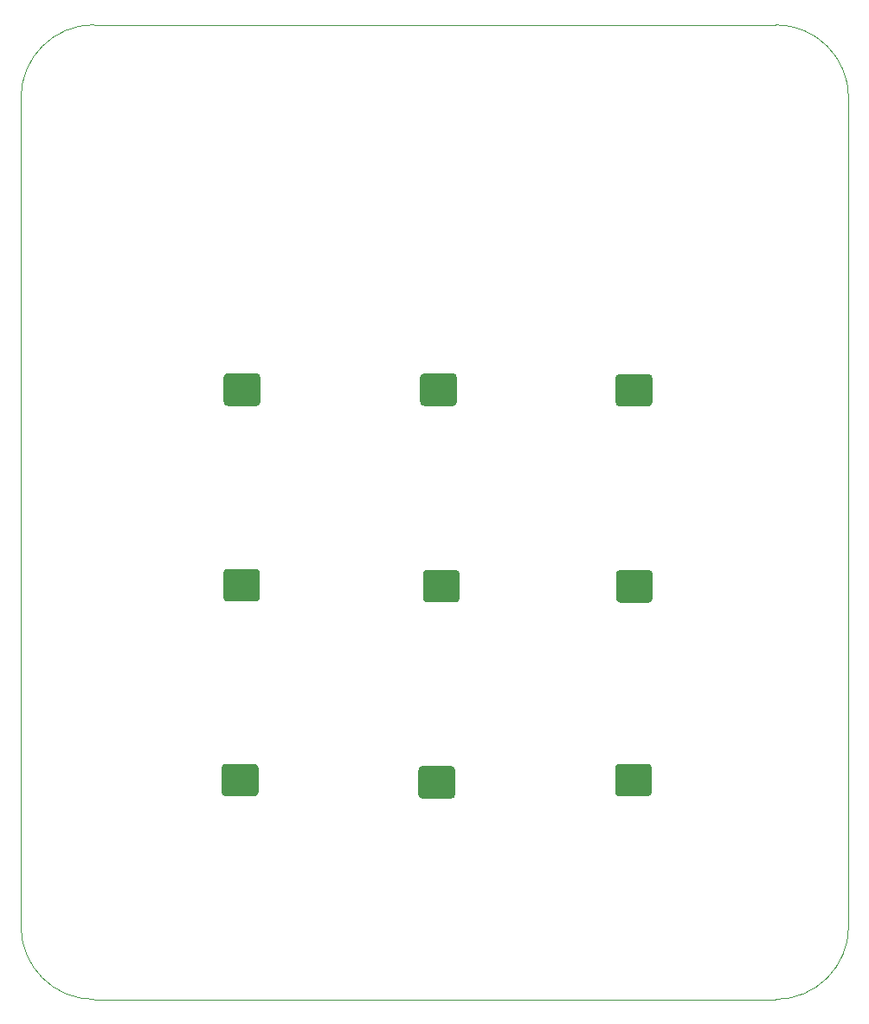
<source format=gbr>
%TF.GenerationSoftware,KiCad,Pcbnew,9.0.1*%
%TF.CreationDate,2025-06-05T14:05:19-05:00*%
%TF.ProjectId,CopyPAD,436f7079-5041-4442-9e6b-696361645f70,rev?*%
%TF.SameCoordinates,Original*%
%TF.FileFunction,Profile,NP*%
%FSLAX46Y46*%
G04 Gerber Fmt 4.6, Leading zero omitted, Abs format (unit mm)*
G04 Created by KiCad (PCBNEW 9.0.1) date 2025-06-05 14:05:19*
%MOMM*%
%LPD*%
G01*
G04 APERTURE LIST*
%TA.AperFunction,Profile*%
%ADD10C,0.050000*%
%TD*%
%TA.AperFunction,Profile*%
%ADD11C,0.000000*%
%TD*%
G04 APERTURE END LIST*
D10*
X24466338Y-16132825D02*
X91141338Y-16132825D01*
X98285088Y-104239075D02*
X98285088Y-23276575D01*
X91141338Y-16132825D02*
G75*
G02*
X98285088Y-23276575I-50J-7143800D01*
G01*
X98285088Y-104239075D02*
G75*
G02*
X91141338Y-111382825I-7143750J0D01*
G01*
X91141338Y-111382825D02*
X24466338Y-111382825D01*
X17322588Y-104239075D02*
X17322588Y-23276575D01*
X24466338Y-111382825D02*
G75*
G02*
X17322588Y-104239075I0J7143750D01*
G01*
X17322588Y-23276575D02*
G75*
G02*
X24466338Y-16132825I7143750J0D01*
G01*
D11*
%TA.AperFunction,Profile*%
%TO.C,D11*%
G36*
X40296907Y-69301575D02*
G01*
X40296907Y-69301575D01*
G75*
G02*
X40696907Y-69701575I-7J-400025D01*
G01*
X40696907Y-72101575D01*
X40696907Y-72102075D01*
G75*
G02*
X40303407Y-72501575I-400307J775D01*
G01*
X40296907Y-72501575D01*
X37496907Y-72501575D01*
X37496907Y-72502075D01*
G75*
G02*
X37096907Y-72102075I-7J399975D01*
G01*
X37096907Y-69701575D01*
G75*
G02*
X37496907Y-69301575I399993J-25D01*
G01*
X40296907Y-69301575D01*
G37*
%TD.AperFunction*%
%TA.AperFunction,Profile*%
%TO.C,D16*%
G36*
X78683108Y-50251575D02*
G01*
X78683108Y-50251575D01*
G75*
G02*
X79083108Y-50651575I-8J-400025D01*
G01*
X79083108Y-53051575D01*
X79083108Y-53052075D01*
G75*
G02*
X78689608Y-53451575I-400308J775D01*
G01*
X78683108Y-53451575D01*
X75883108Y-53451575D01*
X75883108Y-53452075D01*
G75*
G02*
X75483108Y-53052075I-8J399975D01*
G01*
X75483108Y-50651575D01*
G75*
G02*
X75883108Y-50251575I399992J-25D01*
G01*
X78683108Y-50251575D01*
G37*
%TD.AperFunction*%
%TA.AperFunction,Profile*%
%TO.C,D17*%
G36*
X78722545Y-69403934D02*
G01*
X78722545Y-69403934D01*
G75*
G02*
X79122545Y-69803934I-45J-399966D01*
G01*
X79122545Y-72203934D01*
X79122545Y-72204434D01*
G75*
G02*
X78729045Y-72603934I-400345J734D01*
G01*
X78722545Y-72603934D01*
X75922545Y-72603934D01*
X75922545Y-72604434D01*
G75*
G02*
X75522545Y-72204434I-45J400034D01*
G01*
X75522545Y-69803934D01*
G75*
G02*
X75922545Y-69403934I399955J34D01*
G01*
X78722545Y-69403934D01*
G37*
%TD.AperFunction*%
%TA.AperFunction,Profile*%
%TO.C,D14*%
G36*
X59835088Y-69400021D02*
G01*
X59835088Y-69400021D01*
G75*
G02*
X60235088Y-69800021I12J-399979D01*
G01*
X60235088Y-72200021D01*
X60235088Y-72200521D01*
G75*
G02*
X59841588Y-72600021I-400288J821D01*
G01*
X59835088Y-72600021D01*
X57035088Y-72600021D01*
X57035088Y-72600521D01*
G75*
G02*
X56635088Y-72200521I12J400021D01*
G01*
X56635088Y-69800021D01*
G75*
G02*
X57035088Y-69400021I400012J21D01*
G01*
X59835088Y-69400021D01*
G37*
%TD.AperFunction*%
%TA.AperFunction,Profile*%
%TO.C,D12*%
G36*
X40153838Y-88351575D02*
G01*
X40153838Y-88351575D01*
G75*
G02*
X40553838Y-88751575I-38J-400025D01*
G01*
X40553838Y-91151575D01*
X40553838Y-91152075D01*
G75*
G02*
X40160338Y-91551575I-400338J775D01*
G01*
X40153838Y-91551575D01*
X37353838Y-91551575D01*
X37353838Y-91552075D01*
G75*
G02*
X36953838Y-91152075I-38J399975D01*
G01*
X36953838Y-88751575D01*
G75*
G02*
X37353838Y-88351575I399962J-25D01*
G01*
X40153838Y-88351575D01*
G37*
%TD.AperFunction*%
%TA.AperFunction,Profile*%
%TO.C,D15*%
G36*
X59398292Y-88578833D02*
G01*
X59398292Y-88578833D01*
G75*
G02*
X59798292Y-88978833I8J-399967D01*
G01*
X59798292Y-91378833D01*
X59798292Y-91379333D01*
G75*
G02*
X59404792Y-91778833I-400292J733D01*
G01*
X59398292Y-91778833D01*
X56598292Y-91778833D01*
X56598292Y-91779333D01*
G75*
G02*
X56198292Y-91379333I8J400033D01*
G01*
X56198292Y-88978833D01*
G75*
G02*
X56598292Y-88578833I400008J33D01*
G01*
X59398292Y-88578833D01*
G37*
%TD.AperFunction*%
%TA.AperFunction,Profile*%
%TO.C,D1*%
G36*
X40340392Y-50194794D02*
G01*
X40340392Y-50194794D01*
G75*
G02*
X40740392Y-50594794I8J-400006D01*
G01*
X40740392Y-52994794D01*
X40740392Y-52995294D01*
G75*
G02*
X40346892Y-53394794I-400292J794D01*
G01*
X40340392Y-53394794D01*
X37540392Y-53394794D01*
X37540392Y-53395294D01*
G75*
G02*
X37140392Y-52995294I8J399994D01*
G01*
X37140392Y-50594794D01*
G75*
G02*
X37540392Y-50194794I400008J-6D01*
G01*
X40340392Y-50194794D01*
G37*
%TD.AperFunction*%
%TA.AperFunction,Profile*%
%TO.C,D13*%
G36*
X59568531Y-50194794D02*
G01*
X59568531Y-50194794D01*
G75*
G02*
X59968531Y-50594794I-31J-400006D01*
G01*
X59968531Y-52994794D01*
X59968531Y-52995294D01*
G75*
G02*
X59575031Y-53394794I-400331J794D01*
G01*
X59568531Y-53394794D01*
X56768531Y-53394794D01*
X56768531Y-53395294D01*
G75*
G02*
X56368531Y-52995294I-31J399994D01*
G01*
X56368531Y-50594794D01*
G75*
G02*
X56768531Y-50194794I399969J-6D01*
G01*
X59568531Y-50194794D01*
G37*
%TD.AperFunction*%
%TA.AperFunction,Profile*%
%TO.C,D18*%
G36*
X78635601Y-88349238D02*
G01*
X78635601Y-88349238D01*
G75*
G02*
X79035601Y-88749238I-1J-399962D01*
G01*
X79035601Y-91149238D01*
X79035601Y-91149738D01*
G75*
G02*
X78642101Y-91549238I-400301J738D01*
G01*
X78635601Y-91549238D01*
X75835601Y-91549238D01*
X75835601Y-91549738D01*
G75*
G02*
X75435601Y-91149738I-1J400038D01*
G01*
X75435601Y-88749238D01*
G75*
G02*
X75835601Y-88349238I399999J38D01*
G01*
X78635601Y-88349238D01*
G37*
%TD.AperFunction*%
%TD*%
M02*

</source>
